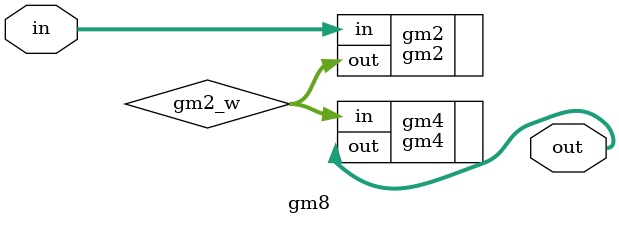
<source format=sv>
module gm8 (input logic [7:0] in,
            output logic [7:0] out);
            
logic [7:0] gm2_w;

gm2 gm2 (.in (in),
         .out(gm2_w));
         
gm4 gm4 (.in (gm2_w),
         .out(out));
                
endmodule
</source>
